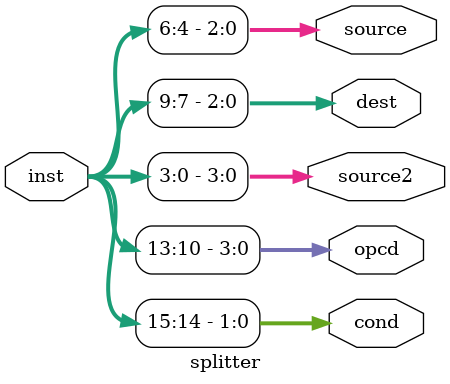
<source format=v>
/* ENGR 468 - Milestone #2 Memory
Decoder splitting module
*/

module splitter(inst, cond, opcd, dest, source, source2);

	input[15:0] inst; // 16 bit instruction input from ROM for decoding
	output [1:0] cond; // 2 bits MSG for condition
	output [3:0] opcd, source2; // op code and shift bits
	output [2:0] dest, source;  // 3bits desitination register (R7 max)
	
	assign cond = inst[15:14];
    assign opcd = inst[13:10];
	assign dest = inst[9:7];
	assign source = inst[6:4];
    assign source2 = inst[3:0];
	
endmodule 


</source>
